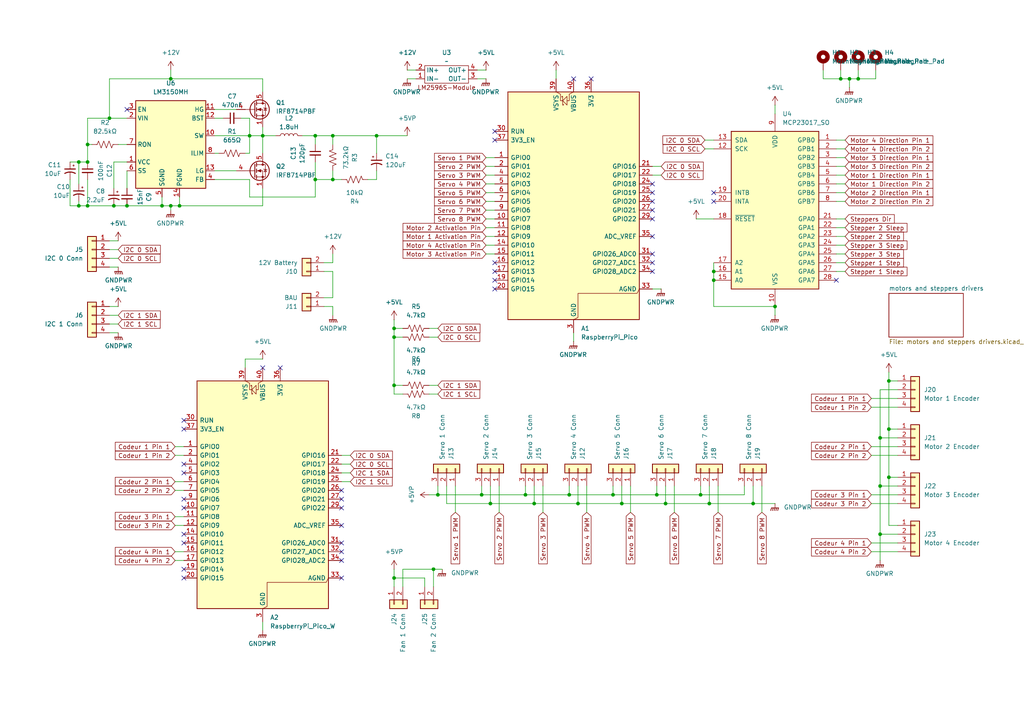
<source format=kicad_sch>
(kicad_sch (version 20250114) (generator "eeschema") (generator_version "9.0")
  (paper "A4")
  (junction (at 25.4 41.91))
  (junction (at 224.79 88.9))
  (junction (at 114.3 167.64))
  (junction (at 49.53 59.69))
  (junction (at 36.83 59.69))
  (junction (at 46.99 59.69))
  (junction (at 207.01 81.28))
  (junction (at 127 143.51))
  (junction (at 177.8 143.51))
  (junction (at 203.2 143.51))
  (junction (at 243.84 22.86))
  (junction (at 109.22 39.37))
  (junction (at 52.07 59.69))
  (junction (at 72.39 39.37))
  (junction (at 125.73 165.1))
  (junction (at 114.3 97.79))
  (junction (at 190.5 143.51))
  (junction (at 207.01 78.74))
  (junction (at 246.38 22.86))
  (junction (at 76.2 39.37))
  (junction (at 31.75 34.29))
  (junction (at 25.4 46.99))
  (junction (at 142.24 146.05))
  (junction (at 96.52 52.07))
  (junction (at 22.86 46.99))
  (junction (at 255.27 140.97))
  (junction (at 49.53 22.86))
  (junction (at 165.1 143.51))
  (junction (at 91.44 39.37))
  (junction (at 152.4 143.51))
  (junction (at 167.64 146.05))
  (junction (at 255.27 154.94))
  (junction (at 255.27 127))
  (junction (at 257.81 110.49))
  (junction (at 180.34 146.05))
  (junction (at 205.74 146.05))
  (junction (at 114.3 95.25))
  (junction (at 218.44 146.05))
  (junction (at 257.81 124.46))
  (junction (at 248.92 22.86))
  (junction (at 25.4 59.69))
  (junction (at 22.86 59.69))
  (junction (at 139.7 143.51))
  (junction (at 33.02 59.69))
  (junction (at 114.3 111.76))
  (junction (at 96.52 39.37))
  (junction (at 91.44 52.07))
  (junction (at 154.94 146.05))
  (junction (at 193.04 146.05))
  (junction (at 257.81 138.43))
  (no_connect (at 53.34 147.32))
  (no_connect (at 99.06 142.24))
  (no_connect (at 143.51 78.74))
  (no_connect (at 53.34 157.48))
  (no_connect (at 166.37 22.86))
  (no_connect (at 143.51 38.1))
  (no_connect (at 53.34 121.92))
  (no_connect (at 189.23 73.66))
  (no_connect (at 99.06 157.48))
  (no_connect (at 207.01 55.88))
  (no_connect (at 76.2 106.68))
  (no_connect (at 99.06 160.02))
  (no_connect (at 207.01 58.42))
  (no_connect (at 143.51 83.82))
  (no_connect (at 99.06 167.64))
  (no_connect (at 189.23 55.88))
  (no_connect (at 99.06 152.4))
  (no_connect (at 143.51 81.28))
  (no_connect (at 53.34 154.94))
  (no_connect (at 171.45 22.86))
  (no_connect (at 189.23 68.58))
  (no_connect (at 189.23 53.34))
  (no_connect (at 99.06 162.56))
  (no_connect (at 53.34 137.16))
  (no_connect (at 53.34 134.62))
  (no_connect (at 189.23 60.96))
  (no_connect (at 143.51 76.2))
  (no_connect (at 99.06 144.78))
  (no_connect (at 53.34 124.46))
  (no_connect (at 189.23 58.42))
  (no_connect (at 53.34 165.1))
  (no_connect (at 189.23 63.5))
  (no_connect (at 53.34 144.78))
  (no_connect (at 36.83 31.75))
  (no_connect (at 53.34 167.64))
  (no_connect (at 81.28 106.68))
  (no_connect (at 99.06 147.32))
  (no_connect (at 242.57 81.28))
  (no_connect (at 189.23 78.74))
  (no_connect (at 189.23 76.2))
  (no_connect (at 143.51 40.64))
  (wire (pts (xy 207.01 76.2) (xy 207.01 78.74)))
  (wire (pts (xy 142.24 146.05) (xy 154.94 146.05)))
  (wire (pts (xy 76.2 36.83) (xy 76.2 39.37)))
  (wire (pts (xy 252.73 132.08) (xy 260.35 132.08)))
  (wire (pts (xy 204.47 40.64) (xy 207.01 40.64)))
  (wire (pts (xy 139.7 143.51) (xy 139.7 140.97)))
  (wire (pts (xy 260.35 152.4) (xy 257.81 152.4)))
  (wire (pts (xy 255.27 113.03) (xy 255.27 127)))
  (wire (pts (xy 140.97 73.66) (xy 143.51 73.66)))
  (wire (pts (xy 25.4 41.91) (xy 26.67 41.91)))
  (wire (pts (xy 190.5 143.51) (xy 190.5 140.97)))
  (wire (pts (xy 71.12 44.45) (xy 72.39 44.45)))
  (wire (pts (xy 127 95.25) (xy 124.46 95.25)))
  (wire (pts (xy 96.52 76.2) (xy 93.98 76.2)))
  (wire (pts (xy 31.75 74.93) (xy 34.29 74.93)))
  (wire (pts (xy 245.11 43.18) (xy 242.57 43.18)))
  (wire (pts (xy 245.11 50.8) (xy 242.57 50.8)))
  (wire (pts (xy 260.35 110.49) (xy 257.81 110.49)))
  (wire (pts (xy 255.27 140.97) (xy 255.27 127)))
  (wire (pts (xy 252.73 157.48) (xy 260.35 157.48)))
  (wire (pts (xy 31.75 72.39) (xy 34.29 72.39)))
  (wire (pts (xy 62.23 34.29) (xy 64.77 34.29)))
  (wire (pts (xy 203.2 143.51) (xy 203.2 140.97)))
  (wire (pts (xy 22.86 58.42) (xy 22.86 59.69)))
  (wire (pts (xy 25.4 34.29) (xy 25.4 41.91)))
  (wire (pts (xy 142.24 146.05) (xy 142.24 140.97)))
  (wire (pts (xy 166.37 96.52) (xy 166.37 99.06)))
  (wire (pts (xy 96.52 73.66) (xy 96.52 76.2)))
  (wire (pts (xy 245.11 68.58) (xy 242.57 68.58)))
  (wire (pts (xy 140.97 48.26) (xy 143.51 48.26)))
  (wire (pts (xy 195.58 148.59) (xy 195.58 140.97)))
  (wire (pts (xy 245.11 66.04) (xy 242.57 66.04)))
  (wire (pts (xy 114.3 165.1) (xy 114.3 167.64)))
  (wire (pts (xy 20.32 59.69) (xy 22.86 59.69)))
  (wire (pts (xy 180.34 146.05) (xy 193.04 146.05)))
  (wire (pts (xy 129.54 146.05) (xy 142.24 146.05)))
  (wire (pts (xy 140.97 58.42) (xy 143.51 58.42)))
  (wire (pts (xy 50.8 149.86) (xy 53.34 149.86)))
  (wire (pts (xy 170.18 148.59) (xy 170.18 140.97)))
  (wire (pts (xy 152.4 143.51) (xy 165.1 143.51)))
  (wire (pts (xy 238.76 20.32) (xy 238.76 22.86)))
  (wire (pts (xy 201.93 63.5) (xy 207.01 63.5)))
  (wire (pts (xy 180.34 146.05) (xy 180.34 140.97)))
  (wire (pts (xy 109.22 44.45) (xy 109.22 39.37)))
  (wire (pts (xy 205.74 146.05) (xy 205.74 140.97)))
  (wire (pts (xy 260.35 154.94) (xy 255.27 154.94)))
  (wire (pts (xy 125.73 165.1) (xy 116.84 165.1)))
  (wire (pts (xy 109.22 52.07) (xy 106.68 52.07)))
  (wire (pts (xy 248.92 20.32) (xy 248.92 22.86)))
  (wire (pts (xy 161.29 20.32) (xy 161.29 22.86)))
  (wire (pts (xy 72.39 39.37) (xy 72.39 44.45)))
  (wire (pts (xy 76.2 39.37) (xy 80.01 39.37)))
  (wire (pts (xy 22.86 46.99) (xy 25.4 46.99)))
  (wire (pts (xy 246.38 22.86) (xy 248.92 22.86)))
  (wire (pts (xy 49.53 22.86) (xy 31.75 22.86)))
  (wire (pts (xy 36.83 59.69) (xy 46.99 59.69)))
  (wire (pts (xy 76.2 180.34) (xy 76.2 182.88)))
  (wire (pts (xy 87.63 39.37) (xy 91.44 39.37)))
  (wire (pts (xy 157.48 148.59) (xy 157.48 140.97)))
  (wire (pts (xy 22.86 53.34) (xy 22.86 46.99)))
  (wire (pts (xy 224.79 30.48) (xy 224.79 33.02)))
  (wire (pts (xy 72.39 39.37) (xy 76.2 39.37)))
  (wire (pts (xy 96.52 88.9) (xy 93.98 88.9)))
  (wire (pts (xy 138.43 22.86) (xy 140.97 22.86)))
  (wire (pts (xy 76.2 39.37) (xy 76.2 44.45)))
  (wire (pts (xy 109.22 49.53) (xy 109.22 52.07)))
  (wire (pts (xy 72.39 52.07) (xy 62.23 52.07)))
  (wire (pts (xy 245.11 76.2) (xy 242.57 76.2)))
  (wire (pts (xy 257.81 107.95) (xy 257.81 110.49)))
  (wire (pts (xy 132.08 148.59) (xy 132.08 140.97)))
  (wire (pts (xy 144.78 148.59) (xy 144.78 140.97)))
  (wire (pts (xy 96.52 78.74) (xy 96.52 86.36)))
  (wire (pts (xy 31.75 22.86) (xy 31.75 34.29)))
  (wire (pts (xy 71.12 104.14) (xy 71.12 106.68)))
  (wire (pts (xy 76.2 59.69) (xy 52.07 59.69)))
  (wire (pts (xy 165.1 143.51) (xy 165.1 140.97)))
  (wire (pts (xy 96.52 52.07) (xy 99.06 52.07)))
  (wire (pts (xy 50.8 152.4) (xy 53.34 152.4)))
  (wire (pts (xy 167.64 146.05) (xy 180.34 146.05)))
  (wire (pts (xy 252.73 146.05) (xy 260.35 146.05)))
  (wire (pts (xy 215.9 143.51) (xy 215.9 140.97)))
  (wire (pts (xy 127 143.51) (xy 139.7 143.51)))
  (wire (pts (xy 114.3 92.71) (xy 114.3 95.25)))
  (wire (pts (xy 260.35 138.43) (xy 257.81 138.43)))
  (wire (pts (xy 99.06 137.16) (xy 101.6 137.16)))
  (wire (pts (xy 36.83 49.53) (xy 36.83 54.61)))
  (wire (pts (xy 260.35 140.97) (xy 255.27 140.97)))
  (wire (pts (xy 50.8 160.02) (xy 53.34 160.02)))
  (wire (pts (xy 33.02 59.69) (xy 36.83 59.69)))
  (wire (pts (xy 114.3 114.3) (xy 116.84 114.3)))
  (wire (pts (xy 255.27 154.94) (xy 255.27 162.56)))
  (wire (pts (xy 76.2 54.61) (xy 76.2 59.69)))
  (wire (pts (xy 255.27 154.94) (xy 255.27 140.97)))
  (wire (pts (xy 238.76 22.86) (xy 243.84 22.86)))
  (wire (pts (xy 34.29 96.52) (xy 31.75 96.52)))
  (wire (pts (xy 76.2 26.67) (xy 76.2 22.86)))
  (wire (pts (xy 50.8 142.24) (xy 53.34 142.24)))
  (wire (pts (xy 224.79 88.9) (xy 224.79 91.44)))
  (wire (pts (xy 177.8 143.51) (xy 177.8 140.97)))
  (wire (pts (xy 218.44 146.05) (xy 218.44 140.97)))
  (wire (pts (xy 25.4 41.91) (xy 25.4 46.99)))
  (wire (pts (xy 139.7 143.51) (xy 152.4 143.51)))
  (wire (pts (xy 257.81 138.43) (xy 257.81 124.46)))
  (wire (pts (xy 31.75 93.98) (xy 34.29 93.98)))
  (wire (pts (xy 125.73 170.18) (xy 125.73 165.1)))
  (wire (pts (xy 193.04 146.05) (xy 193.04 140.97)))
  (wire (pts (xy 207.01 81.28) (xy 207.01 88.9)))
  (wire (pts (xy 91.44 39.37) (xy 91.44 41.91)))
  (wire (pts (xy 109.22 39.37) (xy 118.11 39.37)))
  (wire (pts (xy 31.75 34.29) (xy 36.83 34.29)))
  (wire (pts (xy 252.73 118.11) (xy 260.35 118.11)))
  (wire (pts (xy 243.84 20.32) (xy 243.84 22.86)))
  (wire (pts (xy 254 22.86) (xy 254 20.32)))
  (wire (pts (xy 154.94 146.05) (xy 167.64 146.05)))
  (wire (pts (xy 76.2 22.86) (xy 49.53 22.86)))
  (wire (pts (xy 248.92 22.86) (xy 254 22.86)))
  (wire (pts (xy 140.97 63.5) (xy 143.51 63.5)))
  (wire (pts (xy 140.97 50.8) (xy 143.51 50.8)))
  (wire (pts (xy 207.01 78.74) (xy 207.01 81.28)))
  (wire (pts (xy 129.54 146.05) (xy 129.54 140.97)))
  (wire (pts (xy 125.73 165.1) (xy 128.27 165.1)))
  (wire (pts (xy 252.73 143.51) (xy 260.35 143.51)))
  (wire (pts (xy 257.81 152.4) (xy 257.81 138.43)))
  (wire (pts (xy 50.8 139.7) (xy 53.34 139.7)))
  (wire (pts (xy 167.64 146.05) (xy 167.64 140.97)))
  (wire (pts (xy 140.97 68.58) (xy 143.51 68.58)))
  (wire (pts (xy 189.23 83.82) (xy 191.77 83.82)))
  (wire (pts (xy 101.6 132.08) (xy 99.06 132.08)))
  (wire (pts (xy 91.44 39.37) (xy 96.52 39.37)))
  (wire (pts (xy 127 143.51) (xy 127 140.97)))
  (wire (pts (xy 91.44 57.15) (xy 91.44 52.07)))
  (wire (pts (xy 72.39 52.07) (xy 72.39 57.15)))
  (wire (pts (xy 33.02 46.99) (xy 36.83 46.99)))
  (wire (pts (xy 193.04 146.05) (xy 205.74 146.05)))
  (wire (pts (xy 114.3 95.25) (xy 114.3 97.79)))
  (wire (pts (xy 257.81 124.46) (xy 260.35 124.46)))
  (wire (pts (xy 114.3 97.79) (xy 114.3 111.76)))
  (wire (pts (xy 34.29 41.91) (xy 36.83 41.91)))
  (wire (pts (xy 220.98 148.59) (xy 220.98 140.97)))
  (wire (pts (xy 93.98 78.74) (xy 96.52 78.74)))
  (wire (pts (xy 245.11 58.42) (xy 242.57 58.42)))
  (wire (pts (xy 25.4 59.69) (xy 33.02 59.69)))
  (wire (pts (xy 245.11 48.26) (xy 242.57 48.26)))
  (wire (pts (xy 91.44 52.07) (xy 96.52 52.07)))
  (wire (pts (xy 46.99 57.15) (xy 46.99 59.69)))
  (wire (pts (xy 34.29 69.85) (xy 31.75 69.85)))
  (wire (pts (xy 208.28 148.59) (xy 208.28 140.97)))
  (wire (pts (xy 49.53 59.69) (xy 52.07 59.69)))
  (wire (pts (xy 245.11 53.34) (xy 242.57 53.34)))
  (wire (pts (xy 177.8 143.51) (xy 190.5 143.51)))
  (wire (pts (xy 93.98 86.36) (xy 96.52 86.36)))
  (wire (pts (xy 207.01 88.9) (xy 224.79 88.9)))
  (wire (pts (xy 190.5 143.51) (xy 203.2 143.51)))
  (wire (pts (xy 245.11 55.88) (xy 242.57 55.88)))
  (wire (pts (xy 255.27 127) (xy 260.35 127)))
  (wire (pts (xy 204.47 43.18) (xy 207.01 43.18)))
  (wire (pts (xy 101.6 134.62) (xy 99.06 134.62)))
  (wire (pts (xy 20.32 46.99) (xy 22.86 46.99)))
  (wire (pts (xy 33.02 54.61) (xy 33.02 46.99)))
  (wire (pts (xy 116.84 95.25) (xy 114.3 95.25)))
  (wire (pts (xy 124.46 143.51) (xy 127 143.51)))
  (wire (pts (xy 140.97 55.88) (xy 143.51 55.88)))
  (wire (pts (xy 34.29 88.9) (xy 31.75 88.9)))
  (wire (pts (xy 138.43 20.32) (xy 140.97 20.32)))
  (wire (pts (xy 114.3 97.79) (xy 116.84 97.79)))
  (wire (pts (xy 96.52 52.07) (xy 96.52 49.53)))
  (wire (pts (xy 252.73 129.54) (xy 260.35 129.54)))
  (wire (pts (xy 91.44 46.99) (xy 91.44 52.07)))
  (wire (pts (xy 127 111.76) (xy 124.46 111.76)))
  (wire (pts (xy 245.11 71.12) (xy 242.57 71.12)))
  (wire (pts (xy 50.8 162.56) (xy 53.34 162.56)))
  (wire (pts (xy 260.35 113.03) (xy 255.27 113.03)))
  (wire (pts (xy 165.1 143.51) (xy 177.8 143.51)))
  (wire (pts (xy 189.23 48.26) (xy 191.77 48.26)))
  (wire (pts (xy 114.3 167.64) (xy 114.3 170.18)))
  (wire (pts (xy 31.75 91.44) (xy 34.29 91.44)))
  (wire (pts (xy 203.2 143.51) (xy 215.9 143.51)))
  (wire (pts (xy 72.39 34.29) (xy 72.39 39.37)))
  (wire (pts (xy 76.2 104.14) (xy 71.12 104.14)))
  (wire (pts (xy 245.11 73.66) (xy 242.57 73.66)))
  (wire (pts (xy 20.32 52.07) (xy 20.32 59.69)))
  (wire (pts (xy 189.23 50.8) (xy 191.77 50.8)))
  (wire (pts (xy 123.19 170.18) (xy 123.19 167.64)))
  (wire (pts (xy 127 114.3) (xy 124.46 114.3)))
  (wire (pts (xy 116.84 165.1) (xy 116.84 170.18)))
  (wire (pts (xy 152.4 143.51) (xy 152.4 140.97)))
  (wire (pts (xy 205.74 146.05) (xy 218.44 146.05)))
  (wire (pts (xy 140.97 53.34) (xy 143.51 53.34)))
  (wire (pts (xy 218.44 146.05) (xy 224.79 146.05)))
  (wire (pts (xy 50.8 132.08) (xy 53.34 132.08)))
  (wire (pts (xy 22.86 59.69) (xy 25.4 59.69)))
  (wire (pts (xy 25.4 34.29) (xy 31.75 34.29)))
  (wire (pts (xy 118.11 22.86) (xy 120.65 22.86)))
  (wire (pts (xy 49.53 20.32) (xy 49.53 22.86)))
  (wire (pts (xy 140.97 45.72) (xy 143.51 45.72)))
  (wire (pts (xy 49.53 59.69) (xy 49.53 60.96)))
  (wire (pts (xy 140.97 71.12) (xy 143.51 71.12)))
  (wire (pts (xy 96.52 88.9) (xy 96.52 91.44)))
  (wire (pts (xy 62.23 39.37) (xy 72.39 39.37)))
  (wire (pts (xy 46.99 59.69) (xy 49.53 59.69)))
  (wire (pts (xy 34.29 77.47) (xy 31.75 77.47)))
  (wire (pts (xy 182.88 148.59) (xy 182.88 140.97)))
  (wire (pts (xy 252.73 160.02) (xy 260.35 160.02)))
  (wire (pts (xy 245.11 40.64) (xy 242.57 40.64)))
  (wire (pts (xy 52.07 57.15) (xy 52.07 59.69)))
  (wire (pts (xy 69.85 34.29) (xy 72.39 34.29)))
  (wire (pts (xy 118.11 20.32) (xy 120.65 20.32)))
  (wire (pts (xy 50.8 129.54) (xy 53.34 129.54)))
  (wire (pts (xy 140.97 60.96) (xy 143.51 60.96)))
  (wire (pts (xy 114.3 111.76) (xy 114.3 114.3)))
  (wire (pts (xy 114.3 167.64) (xy 123.19 167.64)))
  (wire (pts (xy 72.39 57.15) (xy 91.44 57.15)))
  (wire (pts (xy 243.84 22.86) (xy 246.38 22.86)))
  (wire (pts (xy 127 97.79) (xy 124.46 97.79)))
  (wire (pts (xy 257.81 110.49) (xy 257.81 124.46)))
  (wire (pts (xy 62.23 44.45) (xy 63.5 44.45)))
  (wire (pts (xy 154.94 146.05) (xy 154.94 140.97)))
  (wire (pts (xy 252.73 115.57) (xy 260.35 115.57)))
  (wire (pts (xy 245.11 45.72) (xy 242.57 45.72)))
  (wire (pts (xy 96.52 41.91) (xy 96.52 39.37)))
  (wire (pts (xy 246.38 22.86) (xy 246.38 25.4)))
  (wire (pts (xy 62.23 31.75) (xy 68.58 31.75)))
  (wire (pts (xy 245.11 78.74) (xy 242.57 78.74)))
  (wire (pts (xy 245.11 63.5) (xy 242.57 63.5)))
  (wire (pts (xy 25.4 52.07) (xy 25.4 59.69)))
  (wire (pts (xy 116.84 111.76) (xy 114.3 111.76)))
  (wire (pts (xy 62.23 49.53) (xy 68.58 49.53)))
  (wire (pts (xy 140.97 66.04) (xy 143.51 66.04)))
  (wire (pts (xy 99.06 139.7) (xy 101.6 139.7)))
  (wire (pts (xy 96.52 39.37) (xy 109.22 39.37)))
  (global_label "Motor 2 Direction Pin 2" (shape input) (at 245.11 58.42 0) (property "Intersheetrefs" "${INTERSHEET_REFS}" (effects (hide yes))))
  (global_label "Stepper 1 Step" (shape input) (at 245.11 76.2 0) (property "Intersheetrefs" "${INTERSHEET_REFS}" (effects (hide yes))))
  (global_label "Codeur 3 Pin 2" (shape input) (at 252.73 146.05 180) (property "Intersheetrefs" "${INTERSHEET_REFS}" (effects (hide yes))))
  (global_label "Codeur 1 Pin 2" (shape input) (at 252.73 118.11 180) (property "Intersheetrefs" "${INTERSHEET_REFS}" (effects (hide yes))))
  (global_label "Codeur 2 Pin 1" (shape input) (at 252.73 129.54 180) (property "Intersheetrefs" "${INTERSHEET_REFS}" (effects (hide yes))))
  (global_label "I2C 0 SDA" (shape input) (at 204.47 40.64 180) (property "Intersheetrefs" "${INTERSHEET_REFS}" (effects (hide yes))))
  (global_label "Codeur 3 Pin 1" (shape input) (at 252.73 143.51 180) (property "Intersheetrefs" "${INTERSHEET_REFS}" (effects (hide yes))))
  (global_label "Servo 2 PWM" (shape input) (at 144.78 148.59 270) (property "Intersheetrefs" "${INTERSHEET_REFS}" (effects (hide yes))))
  (global_label "Codeur 1 Pin 1" (shape input) (at 252.73 115.57 180) (property "Intersheetrefs" "${INTERSHEET_REFS}" (effects (hide yes))))
  (global_label "I2C 1 SCL" (shape input) (at 34.29 93.98 0) (property "Intersheetrefs" "${INTERSHEET_REFS}" (effects (hide yes))))
  (global_label "Motor 2 Activation Pin" (shape input) (at 140.97 66.04 180) (property "Intersheetrefs" "${INTERSHEET_REFS}" (effects (hide yes))))
  (global_label "Codeur 3 Pin 1" (shape input) (at 50.8 149.86 180) (property "Intersheetrefs" "${INTERSHEET_REFS}" (effects (hide yes))))
  (global_label "I2C 0 SDA" (shape input) (at 127 95.25 0) (property "Intersheetrefs" "${INTERSHEET_REFS}" (effects (hide yes))))
  (global_label "I2C 1 SDA" (shape input) (at 127 111.76 0) (property "Intersheetrefs" "${INTERSHEET_REFS}" (effects (hide yes))))
  (global_label "Servo 3 PWM" (shape input) (at 157.48 148.59 270) (property "Intersheetrefs" "${INTERSHEET_REFS}" (effects (hide yes))))
  (global_label "I2C 0 SDA" (shape input) (at 101.6 132.08 0) (property "Intersheetrefs" "${INTERSHEET_REFS}" (effects (hide yes))))
  (global_label "Servo 5 PWM" (shape input) (at 182.88 148.59 270) (property "Intersheetrefs" "${INTERSHEET_REFS}" (effects (hide yes))))
  (global_label "Stepper 2 Sleep" (shape input) (at 245.11 66.04 0) (property "Intersheetrefs" "${INTERSHEET_REFS}" (effects (hide yes))))
  (global_label "Stepper 1 Sleep" (shape input) (at 245.11 78.74 0) (property "Intersheetrefs" "${INTERSHEET_REFS}" (effects (hide yes))))
  (global_label "Servo 4 PWM" (shape input) (at 170.18 148.59 270) (property "Intersheetrefs" "${INTERSHEET_REFS}" (effects (hide yes))))
  (global_label "Codeur 4 Pin 1" (shape input) (at 252.73 157.48 180) (property "Intersheetrefs" "${INTERSHEET_REFS}" (effects (hide yes))))
  (global_label "Servo 8 PWM" (shape input) (at 220.98 148.59 270) (property "Intersheetrefs" "${INTERSHEET_REFS}" (effects (hide yes))))
  (global_label "Motor 4 Activation Pin" (shape input) (at 140.97 71.12 180) (property "Intersheetrefs" "${INTERSHEET_REFS}" (effects (hide yes))))
  (global_label "Codeur 3 Pin 2" (shape input) (at 50.8 152.4 180) (property "Intersheetrefs" "${INTERSHEET_REFS}" (effects (hide yes))))
  (global_label "I2C 0 SCL" (shape input) (at 191.77 50.8 0) (property "Intersheetrefs" "${INTERSHEET_REFS}" (effects (hide yes))))
  (global_label "Servo 5 PWM" (shape input) (at 140.97 55.88 180) (property "Intersheetrefs" "${INTERSHEET_REFS}" (effects (hide yes))))
  (global_label "Servo 7 PWM" (shape input) (at 140.97 60.96 180) (property "Intersheetrefs" "${INTERSHEET_REFS}" (effects (hide yes))))
  (global_label "Servo 3 PWM" (shape input) (at 140.97 50.8 180) (property "Intersheetrefs" "${INTERSHEET_REFS}" (effects (hide yes))))
  (global_label "Motor 3 Activation Pin" (shape input) (at 140.97 73.66 180) (property "Intersheetrefs" "${INTERSHEET_REFS}" (effects (hide yes))))
  (global_label "I2C 1 SDA" (shape input) (at 34.29 91.44 0) (property "Intersheetrefs" "${INTERSHEET_REFS}" (effects (hide yes))))
  (global_label "Codeur 4 Pin 2" (shape input) (at 50.8 162.56 180) (property "Intersheetrefs" "${INTERSHEET_REFS}" (effects (hide yes))))
  (global_label "Servo 6 PWM" (shape input) (at 195.58 148.59 270) (property "Intersheetrefs" "${INTERSHEET_REFS}" (effects (hide yes))))
  (global_label "Codeur 2 Pin 1" (shape input) (at 50.8 139.7 180) (property "Intersheetrefs" "${INTERSHEET_REFS}" (effects (hide yes))))
  (global_label "Servo 6 PWM" (shape input) (at 140.97 58.42 180) (property "Intersheetrefs" "${INTERSHEET_REFS}" (effects (hide yes))))
  (global_label "I2C 0 SCL" (shape input) (at 34.29 74.93 0) (property "Intersheetrefs" "${INTERSHEET_REFS}" (effects (hide yes))))
  (global_label "Codeur 4 Pin 2" (shape input) (at 252.73 160.02 180) (property "Intersheetrefs" "${INTERSHEET_REFS}" (effects (hide yes))))
  (global_label "Servo 2 PWM" (shape input) (at 140.97 48.26 180) (property "Intersheetrefs" "${INTERSHEET_REFS}" (effects (hide yes))))
  (global_label "Servo 7 PWM" (shape input) (at 208.28 148.59 270) (property "Intersheetrefs" "${INTERSHEET_REFS}" (effects (hide yes))))
  (global_label "I2C 1 SDA" (shape input) (at 101.6 137.16 0) (property "Intersheetrefs" "${INTERSHEET_REFS}" (effects (hide yes))))
  (global_label "Motor 1 Activation Pin" (shape input) (at 140.97 68.58 180) (property "Intersheetrefs" "${INTERSHEET_REFS}" (effects (hide yes))))
  (global_label "Codeur 2 Pin 2" (shape input) (at 50.8 142.24 180) (property "Intersheetrefs" "${INTERSHEET_REFS}" (effects (hide yes))))
  (global_label "Servo 4 PWM" (shape input) (at 140.97 53.34 180) (property "Intersheetrefs" "${INTERSHEET_REFS}" (effects (hide yes))))
  (global_label "Stepper 2 Step" (shape input) (at 245.11 68.58 0) (property "Intersheetrefs" "${INTERSHEET_REFS}" (effects (hide yes))))
  (global_label "I2C 0 SCL" (shape input) (at 204.47 43.18 180) (property "Intersheetrefs" "${INTERSHEET_REFS}" (effects (hide yes))))
  (global_label "I2C 0 SDA" (shape input) (at 191.77 48.26 0) (property "Intersheetrefs" "${INTERSHEET_REFS}" (effects (hide yes))))
  (global_label "I2C 1 SCL" (shape input) (at 101.6 139.7 0) (property "Intersheetrefs" "${INTERSHEET_REFS}" (effects (hide yes))))
  (global_label "Motor 4 Direction Pin 1" (shape input) (at 245.11 40.64 0) (property "Intersheetrefs" "${INTERSHEET_REFS}" (effects (hide yes))))
  (global_label "Codeur 2 Pin 2" (shape input) (at 252.73 132.08 180) (property "Intersheetrefs" "${INTERSHEET_REFS}" (effects (hide yes))))
  (global_label "I2C 1 SCL" (shape input) (at 127 114.3 0) (property "Intersheetrefs" "${INTERSHEET_REFS}" (effects (hide yes))))
  (global_label "I2C 0 SDA" (shape input) (at 34.29 72.39 0) (property "Intersheetrefs" "${INTERSHEET_REFS}" (effects (hide yes))))
  (global_label "Servo 1 PWM" (shape input) (at 140.97 45.72 180) (property "Intersheetrefs" "${INTERSHEET_REFS}" (effects (hide yes))))
  (global_label "Codeur 1 Pin 2" (shape input) (at 50.8 132.08 180) (property "Intersheetrefs" "${INTERSHEET_REFS}" (effects (hide yes))))
  (global_label "Codeur 4 Pin 1" (shape input) (at 50.8 160.02 180) (property "Intersheetrefs" "${INTERSHEET_REFS}" (effects (hide yes))))
  (global_label "Motor 4 Direction Pin 2" (shape input) (at 245.11 43.18 0) (property "Intersheetrefs" "${INTERSHEET_REFS}" (effects (hide yes))))
  (global_label "Motor 3 Direction Pin 2" (shape input) (at 245.11 48.26 0) (property "Intersheetrefs" "${INTERSHEET_REFS}" (effects (hide yes))))
  (global_label "I2C 0 SCL" (shape input) (at 101.6 134.62 0) (property "Intersheetrefs" "${INTERSHEET_REFS}" (effects (hide yes))))
  (global_label "Steppers Dir" (shape input) (at 245.11 63.5 0) (property "Intersheetrefs" "${INTERSHEET_REFS}" (effects (hide yes))))
  (global_label "Stepper 3 Step" (shape input) (at 245.11 73.66 0) (property "Intersheetrefs" "${INTERSHEET_REFS}" (effects (hide yes))))
  (global_label "Servo 1 PWM" (shape input) (at 132.08 148.59 270) (property "Intersheetrefs" "${INTERSHEET_REFS}" (effects (hide yes))))
  (global_label "Motor 1 Direction Pin 2" (shape input) (at 245.11 53.34 0) (property "Intersheetrefs" "${INTERSHEET_REFS}" (effects (hide yes))))
  (global_label "Motor 2 Direction Pin 1" (shape input) (at 245.11 55.88 0) (property "Intersheetrefs" "${INTERSHEET_REFS}" (effects (hide yes))))
  (global_label "Motor 1 Direction Pin 1" (shape input) (at 245.11 50.8 0) (property "Intersheetrefs" "${INTERSHEET_REFS}" (effects (hide yes))))
  (global_label "I2C 0 SCL" (shape input) (at 127 97.79 0) (property "Intersheetrefs" "${INTERSHEET_REFS}" (effects (hide yes))))
  (global_label "Codeur 1 Pin 1" (shape input) (at 50.8 129.54 180) (property "Intersheetrefs" "${INTERSHEET_REFS}" (effects (hide yes))))
  (global_label "Servo 8 PWM" (shape input) (at 140.97 63.5 180) (property "Intersheetrefs" "${INTERSHEET_REFS}" (effects (hide yes))))
  (global_label "Motor 3 Direction Pin 1" (shape input) (at 245.11 45.72 0) (property "Intersheetrefs" "${INTERSHEET_REFS}" (effects (hide yes))))
  (global_label "Stepper 3 Sleep" (shape input) (at 245.11 71.12 0) (property "Intersheetrefs" "${INTERSHEET_REFS}" (effects (hide yes))))
  (symbol (lib_id "Device:C_Polarized_Small_US") (at 20.32 49.53 0) (mirror y) (unit 1)
    (property "Reference" "C11" (at 17.78 47.8281 0) (effects (justify left)))
    (property "Value" "10uF" (at 17.78 50.3681 0) (effects (justify left)))
    (property "Footprint" "Capacitor_THT:CP_Radial_D6.3mm_P2.50mm" (effects (hide yes)))
    (property "Description" "Polarized capacitor, small US symbol" (effects (hide yes)))
  )
  (symbol (lib_id "power:+5VL") (at 34.29 88.9 0) (unit 1)
    (property "Reference" "#PWR023" (effects (hide yes)))
    (property "Value" "+5VL" (at 34.29 83.82 0))
    (property "Description" "Power symbol creates a global label with name \"+5VL\"" (effects (hide yes)))
  )
  (symbol (lib_id "Connector_Generic:Conn_01x03") (at 142.24 135.89 270) (mirror x) (unit 1)
    (property "Reference" "J14" (at 143.5101 133.35 0) (effects (justify left)))
    (property "Value" "Servo 2 Conn" (at 140.9701 133.35 0) (effects (justify left)))
    (property "Footprint" "Connector_Molex:Molex_KK-254_AE-6410-03A_1x03_P2.54mm_Vertical" (effects (hide yes)))
    (property "Description" "Generic connector, single row, 01x03, script generated (kicad-library-utils/schlib/autogen/connector/)" (effects (hide yes)))
  )
  (symbol (lib_id "Connector_Generic:Conn_01x02") (at 88.9 78.74 180) (unit 1)
    (property "Reference" "J10" (at 86.36 78.7401 0) (effects (justify left)))
    (property "Value" "12V Battery" (at 86.36 76.2001 0) (effects (justify left)))
    (property "Footprint" "Connector_Molex:Molex_KK-254_AE-6410-02A_1x02_P2.54mm_Vertical" (effects (hide yes)))
    (property "Description" "Generic connector, single row, 01x02, script generated (kicad-library-utils/schlib/autogen/connector/)" (effects (hide yes)))
  )
  (symbol (lib_id "power:+5VL") (at 76.2 104.14 0) (unit 1)
    (property "Reference" "#PWR038" (effects (hide yes)))
    (property "Value" "+5VL" (at 76.2 99.06 0))
    (property "Description" "Power symbol creates a global label with name \"+5VL\"" (effects (hide yes)))
  )
  (symbol (lib_id "Connector_Generic:Conn_01x04") (at 26.67 91.44 0) (mirror y) (unit 1)
    (property "Reference" "J6" (at 24.13 91.4399 0) (effects (justify left)))
    (property "Value" "I2C 1 Conn" (at 24.13 93.9799 0) (effects (justify left)))
    (property "Footprint" "Connector_Molex:Molex_KK-254_AE-6410-04A_1x04_P2.54mm_Vertical" (effects (hide yes)))
    (property "Description" "Generic connector, single row, 01x04, script generated (kicad-library-utils/schlib/autogen/connector/)" (effects (hide yes)))
  )
  (symbol (lib_id "power:GNDPWR") (at 224.79 146.05 0) (unit 1)
    (property "Reference" "#PWR043" (effects (hide yes)))
    (property "Value" "GNDPWR" (at 227.33 147.1167 0) (effects (justify left)))
    (property "Description" "Power symbol creates a global label with name \"GNDPWR\" , global ground" (effects (hide yes)))
  )
  (symbol (lib_id "power:+5VL") (at 34.29 69.85 0) (unit 1)
    (property "Reference" "#PWR021" (effects (hide yes)))
    (property "Value" "+5VL" (at 34.29 64.77 0))
    (property "Description" "Power symbol creates a global label with name \"+5VL\"" (effects (hide yes)))
  )
  (symbol (lib_id "Transistor_FET:IRF8721PBF-1") (at 73.66 49.53 0) (unit 1)
    (property "Reference" "Q2" (at 80.01 48.2599 0) (effects (justify left)))
    (property "Value" "IRF8714PBF" (at 80.01 50.7999 0) (effects (justify left)))
    (property "Footprint" "Package_SO:SOIC-8_3.9x4.9mm_P1.27mm" (effects (hide yes)))
    (property "Datasheet" "http://www.irf.com/product-info/datasheets/data/irf8721pbf-1.pdf" (effects (hide yes)))
    (property "Description" "14A Id, 30V Vds, HEXFET N-Channel MOSFET, SO-8" (effects (hide yes)))
  )
  (symbol (lib_id "power:+5VL") (at 114.3 92.71 0) (unit 1)
    (property "Reference" "#PWR045" (effects (hide yes)))
    (property "Value" "+5VL" (at 114.3 87.63 0))
    (property "Description" "Power symbol creates a global label with name \"+5VL\"" (effects (hide yes)))
  )
  (symbol (lib_id "power:GNDPWR") (at 34.29 96.52 0) (mirror y) (unit 1)
    (property "Reference" "#PWR024" (effects (hide yes)))
    (property "Value" "GNDPWR" (at 34.417 100.33 0))
    (property "Description" "Power symbol creates a global label with name \"GNDPWR\" , global ground" (effects (hide yes)))
  )
  (symbol (lib_id "power:GNDPWR") (at 191.77 83.82 0) (unit 1)
    (property "Reference" "#PWR046" (effects (hide yes)))
    (property "Value" "GNDPWR" (at 191.643 87.63 0))
    (property "Description" "Power symbol creates a global label with name \"GNDPWR\" , global ground" (effects (hide yes)))
  )
  (symbol (lib_id "Connector_Generic:Conn_01x02") (at 88.9 88.9 180) (unit 1)
    (property "Reference" "J11" (at 86.36 88.9001 0) (effects (justify left)))
    (property "Value" "BAU" (at 86.36 86.3601 0) (effects (justify left)))
    (property "Footprint" "Connector_Molex:Molex_KK-254_AE-6410-02A_1x02_P2.54mm_Vertical" (effects (hide yes)))
    (property "Description" "Generic connector, single row, 01x02, script generated (kicad-library-utils/schlib/autogen/connector/)" (effects (hide yes)))
  )
  (symbol (lib_id "Device:C_Polarized_Small_US") (at 22.86 55.88 0) (mirror y) (unit 1)
    (property "Reference" "C10" (at 20.32 54.1781 0) (effects (justify left)))
    (property "Value" "10uF" (at 20.32 56.7181 0) (effects (justify left)))
    (property "Footprint" "Capacitor_THT:CP_Radial_D6.3mm_P2.50mm" (effects (hide yes)))
    (property "Description" "Polarized capacitor, small US symbol" (effects (hide yes)))
  )
  (symbol (lib_id "Regulator_Switching:LM3150MH") (at 49.53 41.91 0) (unit 1)
    (property "Reference" "U6" (at 49.53 24.13 0))
    (property "Value" "LM3150MH" (at 49.53 26.67 0))
    (property "Footprint" "Package_SO:HTSSOP-14-1EP_4.4x5mm_P0.65mm_EP3.4x5mm_Mask3x3.1mm" (effects (hide yes)))
    (property "Datasheet" "http://www.ti.com/lit/ds/symlink/lm3150.pdf" (effects (hide yes)))
    (property "Description" "42V Wide Vin synchronous Buck controller, HTSSOP-14" (effects (hide yes)))
  )
  (symbol (lib_id "power:GNDPWR") (at 140.97 22.86 0) (unit 1)
    (property "Reference" "#PWR014" (effects (hide yes)))
    (property "Value" "GNDPWR" (at 140.843 26.67 0))
    (property "Description" "Power symbol creates a global label with name \"GNDPWR\" , global ground" (effects (hide yes)))
  )
  (symbol (lib_id "Connector_Generic:Conn_01x03") (at 180.34 135.89 270) (mirror x) (unit 1)
    (property "Reference" "J16" (at 181.6101 133.35 0) (effects (justify left)))
    (property "Value" "Servo 5 Conn" (at 179.0701 133.35 0) (effects (justify left)))
    (property "Footprint" "Connector_Molex:Molex_KK-254_AE-6410-03A_1x03_P2.54mm_Vertical" (effects (hide yes)))
    (property "Description" "Generic connector, single row, 01x03, script generated (kicad-library-utils/schlib/autogen/connector/)" (effects (hide yes)))
  )
  (symbol (lib_id "Transistor_FET:IRF8721PBF-1") (at 73.66 31.75 0) (unit 1)
    (property "Reference" "Q1" (at 80.01 30.4799 0) (effects (justify left bottom)))
    (property "Value" "IRF8714PBF" (at 80.01 33.0199 0) (effects (justify left bottom)))
    (property "Footprint" "Package_SO:SOIC-8_3.9x4.9mm_P1.27mm" (effects (hide yes)))
    (property "Datasheet" "http://www.irf.com/product-info/datasheets/data/irf8721pbf-1.pdf" (effects (hide yes)))
    (property "Description" "14A Id, 30V Vds, HEXFET N-Channel MOSFET, SO-8" (effects (hide yes)))
  )
  (symbol (lib_id "Connector_Generic:Conn_01x02") (at 123.19 175.26 90) (mirror x) (unit 1)
    (property "Reference" "J25" (at 123.1899 177.8 0) (effects (justify left)))
    (property "Value" "Fan 2 Conn" (at 125.7299 177.8 0) (effects (justify left)))
    (property "Footprint" "Connector_Molex:Molex_KK-254_AE-6410-02A_1x02_P2.54mm_Vertical" (effects (hide yes)))
    (property "Description" "Generic connector, single row, 01x02, script generated (kicad-library-utils/schlib/autogen/connector/)" (effects (hide yes)))
  )
  (symbol (lib_id "power:GNDPWR") (at 224.79 91.44 0) (unit 1)
    (property "Reference" "#PWR017" (effects (hide yes)))
    (property "Value" "GNDPWR" (at 224.663 95.25 0))
    (property "Description" "Power symbol creates a global label with name \"GNDPWR\" , global ground" (effects (hide yes)))
  )
  (symbol (lib_id "Device:C_Small") (at 36.83 57.15 0) (unit 1)
    (property "Reference" "C9" (at 43.18 57.1563 90))
    (property "Value" "15nF" (at 40.64 57.1563 90))
    (property "Footprint" "Capacitor_THT:C_Disc_D3.8mm_W2.6mm_P2.50mm" (effects (hide yes)))
    (property "Description" "Unpolarized capacitor, small symbol" (effects (hide yes)))
  )
  (symbol (lib_id "Connector_Generic:Conn_01x04") (at 26.67 72.39 0) (mirror y) (unit 1)
    (property "Reference" "J5" (at 24.13 72.3899 0) (effects (justify left)))
    (property "Value" "I2C 0 Conn" (at 24.13 74.9299 0) (effects (justify left)))
    (property "Footprint" "Connector_Molex:Molex_KK-254_AE-6410-04A_1x04_P2.54mm_Vertical" (effects (hide yes)))
    (property "Description" "Generic connector, single row, 01x04, script generated (kicad-library-utils/schlib/autogen/connector/)" (effects (hide yes)))
  )
  (symbol (lib_id "Device:R_US") (at 102.87 52.07 90) (mirror x) (unit 1)
    (property "Reference" "R4" (at 102.87 58.42 90))
    (property "Value" "10kΩ" (at 102.87 55.88 90))
    (property "Footprint" "Resistor_THT:R_Axial_DIN0207_L6.3mm_D2.5mm_P10.16mm_Horizontal" (effects (hide yes)))
    (property "Description" "Resistor, US symbol" (effects (hide yes)))
  )
  (symbol (lib_id "Connector_Generic:Conn_01x03") (at 205.74 135.89 270) (mirror x) (unit 1)
    (property "Reference" "J18" (at 207.0101 133.35 0) (effects (justify left)))
    (property "Value" "Servo 7 Conn" (at 204.4701 133.35 0) (effects (justify left)))
    (property "Footprint" "Connector_Molex:Molex_KK-254_AE-6410-03A_1x03_P2.54mm_Vertical" (effects (hide yes)))
    (property "Description" "Generic connector, single row, 01x03, script generated (kicad-library-utils/schlib/autogen/connector/)" (effects (hide yes)))
  )
  (symbol (lib_id "Device:L") (at 83.82 39.37 90) (unit 1)
    (property "Reference" "L2" (at 83.82 34.29 90))
    (property "Value" "1.8uH" (at 83.82 36.83 90))
    (property "Footprint" "Inductor_SMD:L_APV_APH1040" (effects (hide yes)))
    (property "Description" "Inductor" (effects (hide yes)))
  )
  (symbol (lib_id "power:GNDPWR") (at 166.37 99.06 0) (unit 1)
    (property "Reference" "#PWR012" (effects (hide yes)))
    (property "Value" "GNDPWR" (at 166.243 102.87 0))
    (property "Description" "Power symbol creates a global label with name \"GNDPWR\" , global ground" (effects (hide yes)))
  )
  (symbol (lib_id "power:+12V") (at 96.52 73.66 0) (mirror y) (unit 1)
    (property "Reference" "#PWR040" (effects (hide yes)))
    (property "Value" "+12V" (at 96.52 68.58 0))
    (property "Description" "Power symbol creates a global label with name \"+12V\"" (effects (hide yes)))
  )
  (symbol (lib_id "Connector_Generic:Conn_01x03") (at 218.44 135.89 270) (mirror x) (unit 1)
    (property "Reference" "J19" (at 219.7101 133.35 0) (effects (justify left)))
    (property "Value" "Servo 8 Conn" (at 217.1701 133.35 0) (effects (justify left)))
    (property "Footprint" "Connector_Molex:Molex_KK-254_AE-6410-03A_1x03_P2.54mm_Vertical" (effects (hide yes)))
    (property "Description" "Generic connector, single row, 01x03, script generated (kicad-library-utils/schlib/autogen/connector/)" (effects (hide yes)))
  )
  (symbol (lib_id "Connector_Generic:Conn_01x04") (at 265.43 154.94 0) (unit 1)
    (property "Reference" "J23" (at 267.97 154.9399 0) (effects (justify left)))
    (property "Value" "Motor 4 Encoder" (at 267.97 157.4799 0) (effects (justify left)))
    (property "Footprint" "Connector_Molex:Molex_KK-254_AE-6410-04A_1x04_P2.54mm_Vertical" (effects (hide yes)))
    (property "Description" "Generic connector, single row, 01x04, script generated (kicad-library-utils/schlib/autogen/connector/)" (effects (hide yes)))
  )
  (symbol (lib_id "LM2596S-Module:LM2596S-Module") (at 129.54 21.59 0) (unit 1)
    (property "Reference" "U3" (at 129.54 15.24 0))
    (property "Value" "~" (at 129.54 17.78 0))
    (property "Footprint" "LM2596S-Module:LM2596S-Module" (effects (hide yes)))
  )
  (symbol (lib_id "Device:R_US") (at 120.65 114.3 90) (mirror x) (unit 1)
    (property "Reference" "R8" (at 120.65 120.65 90))
    (property "Value" "4.7kΩ" (at 120.65 118.11 90))
    (property "Footprint" "Resistor_THT:R_Axial_DIN0207_L6.3mm_D2.5mm_P10.16mm_Horizontal" (effects (hide yes)))
    (property "Description" "Resistor, US symbol" (effects (hide yes)))
  )
  (symbol (lib_id "Mechanical:MountingHole_Pad") (at 248.92 17.78 0) (unit 1) (in_bom no)
    (property "Reference" "H3" (at 251.46 15.2399 0) (effects (justify left)))
    (property "Value" "MountingHole_Pad" (at 251.46 17.7799 0) (effects (justify left)))
    (property "Footprint" "MountingHole:MountingHole_4mm_Pad" (effects (hide yes)))
    (property "Description" "Mounting Hole with connection" (effects (hide yes)))
  )
  (symbol (lib_id "Connector_Generic:Conn_01x03") (at 129.54 135.89 270) (mirror x) (unit 1)
    (property "Reference" "J13" (at 130.8101 133.35 0) (effects (justify left)))
    (property "Value" "Servo 1 Conn" (at 128.2701 133.35 0) (effects (justify left)))
    (property "Footprint" "Connector_Molex:Molex_KK-254_AE-6410-03A_1x03_P2.54mm_Vertical" (effects (hide yes)))
    (property "Description" "Generic connector, single row, 01x03, script generated (kicad-library-utils/schlib/autogen/connector/)" (effects (hide yes)))
  )
  (symbol (lib_id "Interface_Expansion:MCP23017_SO") (at 224.79 60.96 0) (unit 1)
    (property "Reference" "U4" (at 226.9333 33.02 0) (effects (justify left)))
    (property "Value" "MCP23017_SO" (at 226.9333 35.56 0) (effects (justify left)))
    (property "Footprint" "Package_SO:SOIC-28W_7.5x17.9mm_P1.27mm" (effects (hide yes)))
    (property "Datasheet" "https://ww1.microchip.com/downloads/aemDocuments/documents/APID/ProductDocuments/DataSheets/MCP23017-Data-Sheet-DS20001952.pdf" (effects (hide yes)))
    (property "Description" "16-bit I/O expander, I2C, interrupts, w pull-ups, GPA/B7 output only (https://microchip.my.site.com/s/article/GPA7---GPB7-Cannot-Be-Used-as-Inputs-In-MCP23017),  SOIC-28" (effects (hide yes)))
  )
  (symbol (lib_id "Device:R_US") (at 120.65 97.79 90) (mirror x) (unit 1)
    (property "Reference" "R6" (at 120.65 104.14 90))
    (property "Value" "4.7kΩ" (at 120.65 101.6 90))
    (property "Footprint" "Resistor_THT:R_Axial_DIN0207_L6.3mm_D2.5mm_P10.16mm_Horizontal" (effects (hide yes)))
    (property "Description" "Resistor, US symbol" (effects (hide yes)))
  )
  (symbol (lib_id "Connector_Generic:Conn_01x02") (at 114.3 175.26 90) (mirror x) (unit 1)
    (property "Reference" "J24" (at 114.2999 177.8 0) (effects (justify left)))
    (property "Value" "Fan 1 Conn" (at 116.8399 177.8 0) (effects (justify left)))
    (property "Footprint" "Connector_Molex:Molex_KK-254_AE-6410-02A_1x02_P2.54mm_Vertical" (effects (hide yes)))
    (property "Description" "Generic connector, single row, 01x02, script generated (kicad-library-utils/schlib/autogen/connector/)" (effects (hide yes)))
  )
  (symbol (lib_id "Device:R_US") (at 30.48 41.91 90) (unit 1)
    (property "Reference" "R2" (at 30.48 35.56 90))
    (property "Value" "82.5kΩ" (at 30.48 38.1 90))
    (property "Footprint" "Resistor_THT:R_Axial_DIN0207_L6.3mm_D2.5mm_P10.16mm_Horizontal" (effects (hide yes)))
    (property "Description" "Resistor, US symbol" (effects (hide yes)))
  )
  (symbol (lib_id "Connector_Generic:Conn_01x03") (at 154.94 135.89 270) (mirror x) (unit 1)
    (property "Reference" "J15" (at 156.2101 133.35 0) (effects (justify left)))
    (property "Value" "Servo 3 Conn" (at 153.6701 133.35 0) (effects (justify left)))
    (property "Footprint" "Connector_Molex:Molex_KK-254_AE-6410-03A_1x03_P2.54mm_Vertical" (effects (hide yes)))
    (property "Description" "Generic connector, single row, 01x03, script generated (kicad-library-utils/schlib/autogen/connector/)" (effects (hide yes)))
  )
  (symbol (lib_id "Mechanical:MountingHole_Pad") (at 243.84 17.78 0) (unit 1) (in_bom no)
    (property "Reference" "H2" (at 246.38 15.2399 0) (effects (justify left)))
    (property "Value" "MountingHole_Pad" (at 246.38 17.7799 0) (effects (justify left)))
    (property "Footprint" "MountingHole:MountingHole_4mm_Pad" (effects (hide yes)))
    (property "Description" "Mounting Hole with connection" (effects (hide yes)))
  )
  (symbol (lib_id "Device:C_Polarized_Small_US") (at 109.22 46.99 0) (unit 1)
    (property "Reference" "C14" (at 111.76 45.2881 0) (effects (justify left)))
    (property "Value" "120uF" (at 111.76 47.8281 0) (effects (justify left)))
    (property "Footprint" "Capacitor_THT:CP_Radial_D6.3mm_P2.50mm" (effects (hide yes)))
    (property "Description" "Polarized capacitor, small US symbol" (effects (hide yes)))
  )
  (symbol (lib_id "power:+5VP") (at 114.3 165.1 0) (unit 1)
    (property "Reference" "#PWR056" (effects (hide yes)))
    (property "Value" "+5VP" (at 114.3 160.02 0))
    (property "Description" "Power symbol creates a global label with name \"+5VP\"" (effects (hide yes)))
  )
  (symbol (lib_id "Device:R_US") (at 96.52 45.72 0) (mirror x) (unit 1)
    (property "Reference" "R3" (at 102.87 45.72 90))
    (property "Value" "73.2kΩ" (at 100.33 45.72 90))
    (property "Footprint" "Resistor_THT:R_Axial_DIN0207_L6.3mm_D2.5mm_P10.16mm_Horizontal" (effects (hide yes)))
    (property "Description" "Resistor, US symbol" (effects (hide yes)))
  )
  (symbol (lib_id "Device:C_Small") (at 91.44 44.45 0) (mirror y) (unit 1)
    (property "Reference" "C13" (at 85.09 44.4563 90))
    (property "Value" "120pF" (at 87.63 44.4563 90))
    (property "Footprint" "Capacitor_THT:C_Disc_D4.3mm_W1.9mm_P5.00mm" (effects (hide yes)))
    (property "Description" "Unpolarized capacitor, small symbol" (effects (hide yes)))
  )
  (symbol (lib_id "Device:R_US") (at 120.65 95.25 90) (unit 1)
    (property "Reference" "R5" (at 120.65 88.9 90))
    (property "Value" "4.7kΩ" (at 120.65 91.44 90))
    (property "Footprint" "Resistor_THT:R_Axial_DIN0207_L6.3mm_D2.5mm_P10.16mm_Horizontal" (effects (hide yes)))
    (property "Description" "Resistor, US symbol" (effects (hide yes)))
  )
  (symbol (lib_id "power:+5VP") (at 124.46 143.51 90) (unit 1)
    (property "Reference" "#PWR042" (effects (hide yes)))
    (property "Value" "+5VP" (at 119.38 143.51 0))
    (property "Description" "Power symbol creates a global label with name \"+5VP\"" (effects (hide yes)))
  )
  (symbol (lib_id "Connector_Generic:Conn_01x04") (at 265.43 140.97 0) (unit 1)
    (property "Reference" "J22" (at 267.97 140.9699 0) (effects (justify left)))
    (property "Value" "Motor 3 Encoder" (at 267.97 143.5099 0) (effects (justify left)))
    (property "Footprint" "Connector_Molex:Molex_KK-254_AE-6410-04A_1x04_P2.54mm_Vertical" (effects (hide yes)))
    (property "Description" "Generic connector, single row, 01x04, script generated (kicad-library-utils/schlib/autogen/connector/)" (effects (hide yes)))
  )
  (symbol (lib_id "power:GNDPWR") (at 76.2 182.88 0) (unit 1)
    (property "Reference" "#PWR039" (effects (hide yes)))
    (property "Value" "GNDPWR" (at 76.073 186.69 0))
    (property "Description" "Power symbol creates a global label with name \"GNDPWR\" , global ground" (effects (hide yes)))
  )
  (symbol (lib_id "Mechanical:MountingHole_Pad") (at 254 17.78 0) (unit 1) (in_bom no)
    (property "Reference" "H4" (at 256.54 15.2399 0) (effects (justify left)))
    (property "Value" "MountingHole_Pad" (at 256.54 17.7799 0) (effects (justify left)))
    (property "Footprint" "MountingHole:MountingHole_4mm_Pad" (effects (hide yes)))
    (property "Description" "Mounting Hole with connection" (effects (hide yes)))
  )
  (symbol (lib_id "power:+5VL") (at 140.97 20.32 0) (unit 1)
    (property "Reference" "#PWR044" (effects (hide yes)))
    (property "Value" "+5VL" (at 140.97 15.24 0))
    (property "Description" "Power symbol creates a global label with name \"+5VL\"" (effects (hide yes)))
  )
  (symbol (lib_id "power:+12V") (at 118.11 20.32 0) (unit 1)
    (property "Reference" "#PWR011" (effects (hide yes)))
    (property "Value" "+12V" (at 118.11 15.24 0))
    (property "Description" "Power symbol creates a global label with name \"+12V\"" (effects (hide yes)))
  )
  (symbol (lib_id "power:+5VL") (at 201.93 63.5 0) (unit 1)
    (property "Reference" "#PWR025" (effects (hide yes)))
    (property "Value" "+5VL" (at 201.93 58.42 0))
    (property "Description" "Power symbol creates a global label with name \"+5VL\"" (effects (hide yes)))
  )
  (symbol (lib_id "power:GNDPWR") (at 128.27 165.1 0) (unit 1)
    (property "Reference" "#PWR057" (effects (hide yes)))
    (property "Value" "GNDPWR" (at 130.81 166.1667 0) (effects (justify left)))
    (property "Description" "Power symbol creates a global label with name \"GNDPWR\" , global ground" (effects (hide yes)))
  )
  (symbol (lib_id "power:GNDPWR") (at 255.27 162.56 0) (unit 1)
    (property "Reference" "#PWR051" (effects (hide yes)))
    (property "Value" "GNDPWR" (at 255.143 166.37 0))
    (property "Description" "Power symbol creates a global label with name \"GNDPWR\" , global ground" (effects (hide yes)))
  )
  (symbol (lib_id "Connector_Generic:Conn_01x04") (at 265.43 127 0) (unit 1)
    (property "Reference" "J21" (at 267.97 126.9999 0) (effects (justify left)))
    (property "Value" "Motor 2 Encoder" (at 267.97 129.5399 0) (effects (justify left)))
    (property "Footprint" "Connector_Molex:Molex_KK-254_AE-6410-04A_1x04_P2.54mm_Vertical" (effects (hide yes)))
    (property "Description" "Generic connector, single row, 01x04, script generated (kicad-library-utils/schlib/autogen/connector/)" (effects (hide yes)))
  )
  (symbol (lib_id "power:GNDPWR") (at 118.11 22.86 0) (unit 1)
    (property "Reference" "#PWR013" (effects (hide yes)))
    (property "Value" "GNDPWR" (at 117.983 26.67 0))
    (property "Description" "Power symbol creates a global label with name \"GNDPWR\" , global ground" (effects (hide yes)))
  )
  (symbol (lib_id "Connector_Generic:Conn_01x04") (at 265.43 113.03 0) (unit 1)
    (property "Reference" "J20" (at 267.97 113.0299 0) (effects (justify left)))
    (property "Value" "Motor 1 Encoder" (at 267.97 115.5699 0) (effects (justify left)))
    (property "Footprint" "Connector_Molex:Molex_KK-254_AE-6410-04A_1x04_P2.54mm_Vertical" (effects (hide yes)))
    (property "Description" "Generic connector, single row, 01x04, script generated (kicad-library-utils/schlib/autogen/connector/)" (effects (hide yes)))
  )
  (symbol (lib_id "Device:C_Small") (at 25.4 49.53 0) (unit 1)
    (property "Reference" "C12" (at 31.75 49.5363 90))
    (property "Value" "100nF" (at 29.21 49.5363 90))
    (property "Footprint" "Capacitor_THT:C_Disc_D3.8mm_W2.6mm_P2.50mm" (effects (hide yes)))
    (property "Description" "Unpolarized capacitor, small symbol" (effects (hide yes)))
  )
  (symbol (lib_id "Device:R_US") (at 120.65 111.76 90) (unit 1)
    (property "Reference" "R7" (at 120.65 105.41 90))
    (property "Value" "4.7kΩ" (at 120.65 107.95 90))
    (property "Footprint" "Resistor_THT:R_Axial_DIN0207_L6.3mm_D2.5mm_P10.16mm_Horizontal" (effects (hide yes)))
    (property "Description" "Resistor, US symbol" (effects (hide yes)))
  )
  (symbol (lib_id "power:GNDPWR") (at 96.52 91.44 0) (mirror y) (unit 1)
    (property "Reference" "#PWR041" (effects (hide yes)))
    (property "Value" "GNDPWR" (at 96.647 95.25 0))
    (property "Description" "Power symbol creates a global label with name \"GNDPWR\" , global ground" (effects (hide yes)))
  )
  (symbol (lib_id "MCU_Module:RaspberryPi_Pico_W") (at 76.2 144.78 0) (unit 1)
    (property "Reference" "A2" (at 78.3433 179.07 0) (effects (justify left)))
    (property "Value" "RaspberryPi_Pico_W" (at 78.3433 181.61 0) (effects (justify left)))
    (property "Footprint" "Module:RaspberryPi_Pico_Common_THT" (effects (hide yes)))
    (property "Datasheet" "https://datasheets.raspberrypi.com/picow/pico-w-datasheet.pdf" (effects (hide yes)))
    (property "Description" "Versatile and inexpensive wireless microcontroller module powered by RP2040 dual-core Arm Cortex-M0+ processor up to 133 MHz, 264kB SRAM, 2MB QSPI flash, Infineon CYW43439 2.4GHz 802.11n wireless LAN; also supports Raspberry Pi Pico 2 W" (effects (hide yes)))
  )
  (symbol (lib_id "power:+12V") (at 49.53 20.32 0) (unit 1)
    (property "Reference" "#PWR019" (effects (hide yes)))
    (property "Value" "+12V" (at 49.53 15.24 0))
    (property "Description" "Power symbol creates a global label with name \"+12V\"" (effects (hide yes)))
  )
  (symbol (lib_id "Connector_Generic:Conn_01x03") (at 193.04 135.89 270) (mirror x) (unit 1)
    (property "Reference" "J17" (at 194.3101 133.35 0) (effects (justify left)))
    (property "Value" "Servo 6 Conn" (at 191.7701 133.35 0) (effects (justify left)))
    (property "Footprint" "Connector_Molex:Molex_KK-254_AE-6410-03A_1x03_P2.54mm_Vertical" (effects (hide yes)))
    (property "Description" "Generic connector, single row, 01x03, script generated (kicad-library-utils/schlib/autogen/connector/)" (effects (hide yes)))
  )
  (symbol (lib_id "power:+5VL") (at 224.79 30.48 0) (unit 1)
    (property "Reference" "#PWR016" (effects (hide yes)))
    (property "Value" "+5VL" (at 224.79 25.4 0))
    (property "Description" "Power symbol creates a global label with name \"+5VL\"" (effects (hide yes)))
  )
  (symbol (lib_id "power:+5VL") (at 161.29 20.32 0) (mirror y) (unit 1)
    (property "Reference" "#PWR05" (effects (hide yes)))
    (property "Value" "+5VL" (at 161.29 15.24 0))
    (property "Description" "Power symbol creates a global label with name \"+5VL\"" (effects (hide yes)))
  )
  (symbol (lib_id "Device:C_Small") (at 67.31 34.29 90) (unit 1)
    (property "Reference" "C7" (at 67.3163 27.94 90))
    (property "Value" "470nF" (at 67.3163 30.48 90))
    (property "Footprint" "Capacitor_THT:C_Disc_D4.3mm_W1.9mm_P5.00mm" (effects (hide yes)))
    (property "Description" "Unpolarized capacitor, small symbol" (effects (hide yes)))
  )
  (symbol (lib_id "power:GNDPWR") (at 34.29 77.47 0) (mirror y) (unit 1)
    (property "Reference" "#PWR022" (effects (hide yes)))
    (property "Value" "GNDPWR" (at 34.417 81.28 0))
    (property "Description" "Power symbol creates a global label with name \"GNDPWR\" , global ground" (effects (hide yes)))
  )
  (symbol (lib_id "Device:R_US") (at 67.31 44.45 90) (unit 1)
    (property "Reference" "R1" (at 67.31 38.1 90))
    (property "Value" "665Ω" (at 67.31 40.64 90))
    (property "Footprint" "Resistor_THT:R_Axial_DIN0207_L6.3mm_D2.5mm_P10.16mm_Horizontal" (effects (hide yes)))
    (property "Description" "Resistor, US symbol" (effects (hide yes)))
  )
  (symbol (lib_id "Device:C_Polarized_Small_US") (at 33.02 57.15 0) (mirror y) (unit 1)
    (property "Reference" "C8" (at 30.48 55.4481 0) (effects (justify left)))
    (property "Value" "2.2uF" (at 30.48 57.9881 0) (effects (justify left)))
    (property "Footprint" "Capacitor_THT:CP_Radial_D5.0mm_P2.00mm" (effects (hide yes)))
    (property "Description" "Polarized capacitor, small US symbol" (effects (hide yes)))
  )
  (symbol (lib_id "MCU_Module:RaspberryPi_Pico") (at 166.37 60.96 0) (unit 1)
    (property "Reference" "A1" (at 168.5133 95.25 0) (effects (justify left)))
    (property "Value" "RaspberryPi_Pico" (at 168.5133 97.79 0) (effects (justify left)))
    (property "Footprint" "Module:RaspberryPi_Pico_Common_THT" (effects (hide yes)))
    (property "Datasheet" "https://datasheets.raspberrypi.com/pico/pico-datasheet.pdf" (effects (hide yes)))
    (property "Description" "Versatile and inexpensive microcontroller module powered by RP2040 dual-core Arm Cortex-M0+ processor up to 133 MHz, 264kB SRAM, 2MB QSPI flash; also supports Raspberry Pi Pico 2" (effects (hide yes)))
  )
  (symbol (lib_id "power:GNDPWR") (at 246.38 25.4 0) (unit 1)
    (property "Reference" "#PWR055" (effects (hide yes)))
    (property "Value" "GNDPWR" (at 246.253 29.21 0))
    (property "Description" "Power symbol creates a global label with name \"GNDPWR\" , global ground" (effects (hide yes)))
  )
  (symbol (lib_id "power:+5VP") (at 118.11 39.37 0) (unit 1)
    (property "Reference" "#PWR020" (effects (hide yes)))
    (property "Value" "+5VP" (at 118.11 34.29 0))
    (property "Description" "Power symbol creates a global label with name \"+5VP\"" (effects (hide yes)))
  )
  (symbol (lib_id "Mechanical:MountingHole_Pad") (at 238.76 17.78 0) (unit 1) (in_bom no)
    (property "Reference" "H1" (at 241.3 15.2399 0) (effects (justify left)))
    (property "Value" "MountingHole_Pad" (at 241.3 17.7799 0) (effects (justify left)))
    (property "Footprint" "MountingHole:MountingHole_4mm_Pad" (effects (hide yes)))
    (property "Description" "Mounting Hole with connection" (effects (hide yes)))
  )
  (symbol (lib_id "power:GNDPWR") (at 49.53 60.96 0) (unit 1)
    (property "Reference" "#PWR018" (effects (hide yes)))
    (property "Value" "GNDPWR" (at 49.403 64.77 0))
    (property "Description" "Power symbol creates a global label with name \"GNDPWR\" , global ground" (effects (hide yes)))
  )
  (symbol (lib_id "power:+5VL") (at 257.81 107.95 0) (unit 1)
    (property "Reference" "#PWR050" (effects (hide yes)))
    (property "Value" "+5VL" (at 257.81 102.87 0))
    (property "Description" "Power symbol creates a global label with name \"+5VL\"" (effects (hide yes)))
  )
  (symbol (lib_id "Connector_Generic:Conn_01x03") (at 167.64 135.89 270) (mirror x) (unit 1)
    (property "Reference" "J12" (at 168.9101 133.35 0) (effects (justify left)))
    (property "Value" "Servo 4 Conn" (at 166.3701 133.35 0) (effects (justify left)))
    (property "Footprint" "Connector_Molex:Molex_KK-254_AE-6410-03A_1x03_P2.54mm_Vertical" (effects (hide yes)))
    (property "Description" "Generic connector, single row, 01x03, script generated (kicad-library-utils/schlib/autogen/connector/)" (effects (hide yes)))
  )
  (sheet (at 257.81 85.09) (size 21.59 12.7) (stroke (width 0.1524))
    (property "Sheetname" "motors and steppers drivers" (at 257.81 84.3784 0) (effects (justify left bottom)))
    (property "Sheetfile" "motors and steppers drivers.kicad_sch" (at 257.81 98.3746 0) (effects (justify left top)))
  )
)
</source>
